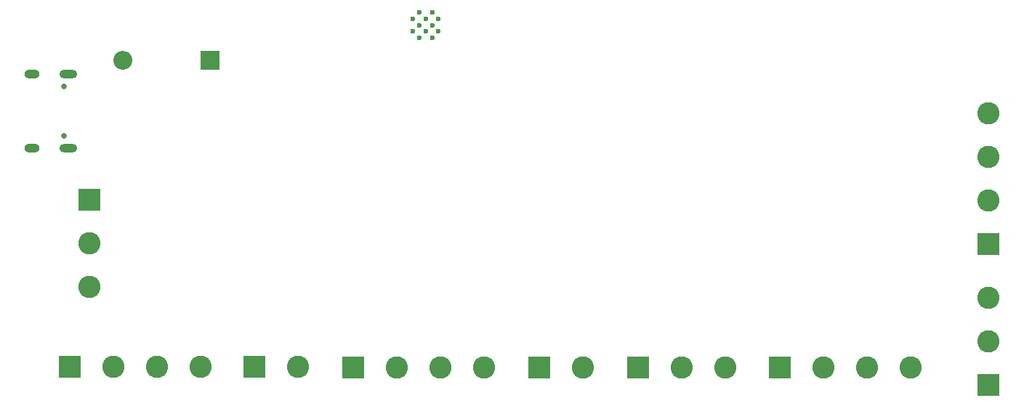
<source format=gbr>
%TF.GenerationSoftware,KiCad,Pcbnew,8.0.0*%
%TF.CreationDate,2024-03-06T11:07:10-06:00*%
%TF.ProjectId,ESP32-S3 Weather Station V2,45535033-322d-4533-9320-576561746865,rev?*%
%TF.SameCoordinates,Original*%
%TF.FileFunction,Soldermask,Bot*%
%TF.FilePolarity,Negative*%
%FSLAX46Y46*%
G04 Gerber Fmt 4.6, Leading zero omitted, Abs format (unit mm)*
G04 Created by KiCad (PCBNEW 8.0.0) date 2024-03-06 11:07:10*
%MOMM*%
%LPD*%
G01*
G04 APERTURE LIST*
%ADD10R,2.600000X2.600000*%
%ADD11C,2.600000*%
%ADD12C,0.600000*%
%ADD13R,2.200000X2.200000*%
%ADD14O,2.200000X2.200000*%
%ADD15C,0.650000*%
%ADD16O,2.100000X1.000000*%
%ADD17O,1.800000X1.000000*%
G04 APERTURE END LIST*
D10*
%TO.C,J8*%
X214055000Y-88620000D03*
D11*
X214055000Y-83540000D03*
X214055000Y-78460000D03*
X214055000Y-73380000D03*
%TD*%
D10*
%TO.C,J5*%
X140010000Y-103000000D03*
D11*
X145090000Y-103000000D03*
X150170000Y-103000000D03*
X155250000Y-103000000D03*
%TD*%
D10*
%TO.C,J4*%
X189750000Y-103000000D03*
D11*
X194830000Y-103000000D03*
X199910000Y-103000000D03*
X204990000Y-103000000D03*
%TD*%
D12*
%TO.C,U2*%
X146990000Y-62360000D03*
X146990000Y-63860000D03*
X147740000Y-61610000D03*
X147740000Y-63110000D03*
X147740000Y-64610000D03*
X148490000Y-62360000D03*
X148490000Y-63860000D03*
X149240000Y-61610000D03*
X149240000Y-63110000D03*
X149240000Y-64610000D03*
X149990000Y-62360000D03*
X149990000Y-63860000D03*
%TD*%
D10*
%TO.C,J6*%
X161752500Y-103000000D03*
D11*
X166832500Y-103000000D03*
%TD*%
D13*
%TO.C,D1*%
X123330000Y-67250000D03*
D14*
X113170000Y-67250000D03*
%TD*%
D10*
%TO.C,J2*%
X128508750Y-102945000D03*
D11*
X133588750Y-102945000D03*
%TD*%
D10*
%TO.C,J11*%
X109300000Y-83440000D03*
D11*
X109300000Y-88520000D03*
X109300000Y-93600000D03*
%TD*%
D15*
%TO.C,J1*%
X106315000Y-70220000D03*
X106315000Y-76000000D03*
D16*
X106815000Y-68790000D03*
D17*
X102635000Y-68790000D03*
D16*
X106815000Y-77430000D03*
D17*
X102635000Y-77430000D03*
%TD*%
D10*
%TO.C,J7*%
X173211250Y-103000000D03*
D11*
X178291250Y-103000000D03*
X183371250Y-103000000D03*
%TD*%
D10*
%TO.C,J3*%
X107040000Y-102940000D03*
D11*
X112120000Y-102940000D03*
X117200000Y-102940000D03*
X122280000Y-102940000D03*
%TD*%
D10*
%TO.C,J10*%
X214055000Y-105085000D03*
D11*
X214055000Y-100005000D03*
X214055000Y-94925000D03*
%TD*%
M02*

</source>
